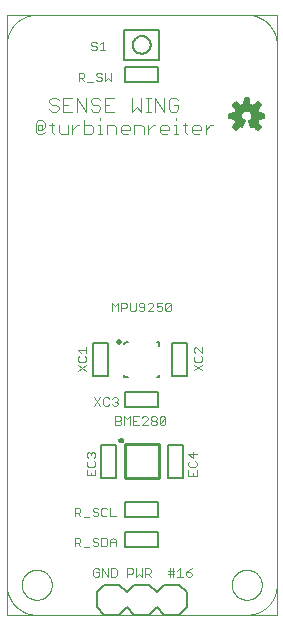
<source format=gto>
G75*
%MOIN*%
%OFA0B0*%
%FSLAX25Y25*%
%IPPOS*%
%LPD*%
%AMOC8*
5,1,8,0,0,1.08239X$1,22.5*
%
%ADD10C,0.00000*%
%ADD11C,0.00400*%
%ADD12C,0.00300*%
%ADD13C,0.00500*%
%ADD14C,0.00800*%
%ADD15C,0.00591*%
%ADD16C,0.01000*%
%ADD17C,0.02000*%
D10*
X0005000Y0004300D02*
X0005000Y0204261D01*
X0094951Y0204261D01*
X0094951Y0004300D01*
X0005000Y0004300D01*
X0005000Y0014300D02*
X0005000Y0194300D01*
X0005003Y0194542D01*
X0005012Y0194783D01*
X0005026Y0195024D01*
X0005047Y0195265D01*
X0005073Y0195505D01*
X0005105Y0195745D01*
X0005143Y0195984D01*
X0005186Y0196221D01*
X0005236Y0196458D01*
X0005291Y0196693D01*
X0005351Y0196927D01*
X0005418Y0197159D01*
X0005489Y0197390D01*
X0005567Y0197619D01*
X0005650Y0197846D01*
X0005738Y0198071D01*
X0005832Y0198294D01*
X0005931Y0198514D01*
X0006036Y0198732D01*
X0006145Y0198947D01*
X0006260Y0199160D01*
X0006380Y0199370D01*
X0006505Y0199576D01*
X0006635Y0199780D01*
X0006770Y0199981D01*
X0006910Y0200178D01*
X0007054Y0200372D01*
X0007203Y0200562D01*
X0007357Y0200748D01*
X0007515Y0200931D01*
X0007677Y0201110D01*
X0007844Y0201285D01*
X0008015Y0201456D01*
X0008190Y0201623D01*
X0008369Y0201785D01*
X0008552Y0201943D01*
X0008738Y0202097D01*
X0008928Y0202246D01*
X0009122Y0202390D01*
X0009319Y0202530D01*
X0009520Y0202665D01*
X0009724Y0202795D01*
X0009930Y0202920D01*
X0010140Y0203040D01*
X0010353Y0203155D01*
X0010568Y0203264D01*
X0010786Y0203369D01*
X0011006Y0203468D01*
X0011229Y0203562D01*
X0011454Y0203650D01*
X0011681Y0203733D01*
X0011910Y0203811D01*
X0012141Y0203882D01*
X0012373Y0203949D01*
X0012607Y0204009D01*
X0012842Y0204064D01*
X0013079Y0204114D01*
X0013316Y0204157D01*
X0013555Y0204195D01*
X0013795Y0204227D01*
X0014035Y0204253D01*
X0014276Y0204274D01*
X0014517Y0204288D01*
X0014758Y0204297D01*
X0015000Y0204300D01*
X0085000Y0204300D01*
X0085242Y0204297D01*
X0085483Y0204288D01*
X0085724Y0204274D01*
X0085965Y0204253D01*
X0086205Y0204227D01*
X0086445Y0204195D01*
X0086684Y0204157D01*
X0086921Y0204114D01*
X0087158Y0204064D01*
X0087393Y0204009D01*
X0087627Y0203949D01*
X0087859Y0203882D01*
X0088090Y0203811D01*
X0088319Y0203733D01*
X0088546Y0203650D01*
X0088771Y0203562D01*
X0088994Y0203468D01*
X0089214Y0203369D01*
X0089432Y0203264D01*
X0089647Y0203155D01*
X0089860Y0203040D01*
X0090070Y0202920D01*
X0090276Y0202795D01*
X0090480Y0202665D01*
X0090681Y0202530D01*
X0090878Y0202390D01*
X0091072Y0202246D01*
X0091262Y0202097D01*
X0091448Y0201943D01*
X0091631Y0201785D01*
X0091810Y0201623D01*
X0091985Y0201456D01*
X0092156Y0201285D01*
X0092323Y0201110D01*
X0092485Y0200931D01*
X0092643Y0200748D01*
X0092797Y0200562D01*
X0092946Y0200372D01*
X0093090Y0200178D01*
X0093230Y0199981D01*
X0093365Y0199780D01*
X0093495Y0199576D01*
X0093620Y0199370D01*
X0093740Y0199160D01*
X0093855Y0198947D01*
X0093964Y0198732D01*
X0094069Y0198514D01*
X0094168Y0198294D01*
X0094262Y0198071D01*
X0094350Y0197846D01*
X0094433Y0197619D01*
X0094511Y0197390D01*
X0094582Y0197159D01*
X0094649Y0196927D01*
X0094709Y0196693D01*
X0094764Y0196458D01*
X0094814Y0196221D01*
X0094857Y0195984D01*
X0094895Y0195745D01*
X0094927Y0195505D01*
X0094953Y0195265D01*
X0094974Y0195024D01*
X0094988Y0194783D01*
X0094997Y0194542D01*
X0095000Y0194300D01*
X0095000Y0014300D01*
X0080000Y0014300D02*
X0080002Y0014441D01*
X0080008Y0014582D01*
X0080018Y0014722D01*
X0080032Y0014862D01*
X0080050Y0015002D01*
X0080071Y0015141D01*
X0080097Y0015280D01*
X0080126Y0015418D01*
X0080160Y0015554D01*
X0080197Y0015690D01*
X0080238Y0015825D01*
X0080283Y0015959D01*
X0080332Y0016091D01*
X0080384Y0016222D01*
X0080440Y0016351D01*
X0080500Y0016478D01*
X0080563Y0016604D01*
X0080629Y0016728D01*
X0080700Y0016851D01*
X0080773Y0016971D01*
X0080850Y0017089D01*
X0080930Y0017205D01*
X0081014Y0017318D01*
X0081100Y0017429D01*
X0081190Y0017538D01*
X0081283Y0017644D01*
X0081378Y0017747D01*
X0081477Y0017848D01*
X0081578Y0017946D01*
X0081682Y0018041D01*
X0081789Y0018133D01*
X0081898Y0018222D01*
X0082010Y0018307D01*
X0082124Y0018390D01*
X0082240Y0018470D01*
X0082359Y0018546D01*
X0082480Y0018618D01*
X0082602Y0018688D01*
X0082727Y0018753D01*
X0082853Y0018816D01*
X0082981Y0018874D01*
X0083111Y0018929D01*
X0083242Y0018981D01*
X0083375Y0019028D01*
X0083509Y0019072D01*
X0083644Y0019113D01*
X0083780Y0019149D01*
X0083917Y0019181D01*
X0084055Y0019210D01*
X0084193Y0019235D01*
X0084333Y0019255D01*
X0084473Y0019272D01*
X0084613Y0019285D01*
X0084754Y0019294D01*
X0084894Y0019299D01*
X0085035Y0019300D01*
X0085176Y0019297D01*
X0085317Y0019290D01*
X0085457Y0019279D01*
X0085597Y0019264D01*
X0085737Y0019245D01*
X0085876Y0019223D01*
X0086014Y0019196D01*
X0086152Y0019166D01*
X0086288Y0019131D01*
X0086424Y0019093D01*
X0086558Y0019051D01*
X0086692Y0019005D01*
X0086824Y0018956D01*
X0086954Y0018902D01*
X0087083Y0018845D01*
X0087210Y0018785D01*
X0087336Y0018721D01*
X0087459Y0018653D01*
X0087581Y0018582D01*
X0087701Y0018508D01*
X0087818Y0018430D01*
X0087933Y0018349D01*
X0088046Y0018265D01*
X0088157Y0018178D01*
X0088265Y0018087D01*
X0088370Y0017994D01*
X0088473Y0017897D01*
X0088573Y0017798D01*
X0088670Y0017696D01*
X0088764Y0017591D01*
X0088855Y0017484D01*
X0088943Y0017374D01*
X0089028Y0017262D01*
X0089110Y0017147D01*
X0089189Y0017030D01*
X0089264Y0016911D01*
X0089336Y0016790D01*
X0089404Y0016667D01*
X0089469Y0016542D01*
X0089531Y0016415D01*
X0089588Y0016286D01*
X0089643Y0016156D01*
X0089693Y0016025D01*
X0089740Y0015892D01*
X0089783Y0015758D01*
X0089822Y0015622D01*
X0089857Y0015486D01*
X0089889Y0015349D01*
X0089916Y0015211D01*
X0089940Y0015072D01*
X0089960Y0014932D01*
X0089976Y0014792D01*
X0089988Y0014652D01*
X0089996Y0014511D01*
X0090000Y0014370D01*
X0090000Y0014230D01*
X0089996Y0014089D01*
X0089988Y0013948D01*
X0089976Y0013808D01*
X0089960Y0013668D01*
X0089940Y0013528D01*
X0089916Y0013389D01*
X0089889Y0013251D01*
X0089857Y0013114D01*
X0089822Y0012978D01*
X0089783Y0012842D01*
X0089740Y0012708D01*
X0089693Y0012575D01*
X0089643Y0012444D01*
X0089588Y0012314D01*
X0089531Y0012185D01*
X0089469Y0012058D01*
X0089404Y0011933D01*
X0089336Y0011810D01*
X0089264Y0011689D01*
X0089189Y0011570D01*
X0089110Y0011453D01*
X0089028Y0011338D01*
X0088943Y0011226D01*
X0088855Y0011116D01*
X0088764Y0011009D01*
X0088670Y0010904D01*
X0088573Y0010802D01*
X0088473Y0010703D01*
X0088370Y0010606D01*
X0088265Y0010513D01*
X0088157Y0010422D01*
X0088046Y0010335D01*
X0087933Y0010251D01*
X0087818Y0010170D01*
X0087701Y0010092D01*
X0087581Y0010018D01*
X0087459Y0009947D01*
X0087336Y0009879D01*
X0087210Y0009815D01*
X0087083Y0009755D01*
X0086954Y0009698D01*
X0086824Y0009644D01*
X0086692Y0009595D01*
X0086558Y0009549D01*
X0086424Y0009507D01*
X0086288Y0009469D01*
X0086152Y0009434D01*
X0086014Y0009404D01*
X0085876Y0009377D01*
X0085737Y0009355D01*
X0085597Y0009336D01*
X0085457Y0009321D01*
X0085317Y0009310D01*
X0085176Y0009303D01*
X0085035Y0009300D01*
X0084894Y0009301D01*
X0084754Y0009306D01*
X0084613Y0009315D01*
X0084473Y0009328D01*
X0084333Y0009345D01*
X0084193Y0009365D01*
X0084055Y0009390D01*
X0083917Y0009419D01*
X0083780Y0009451D01*
X0083644Y0009487D01*
X0083509Y0009528D01*
X0083375Y0009572D01*
X0083242Y0009619D01*
X0083111Y0009671D01*
X0082981Y0009726D01*
X0082853Y0009784D01*
X0082727Y0009847D01*
X0082602Y0009912D01*
X0082480Y0009982D01*
X0082359Y0010054D01*
X0082240Y0010130D01*
X0082124Y0010210D01*
X0082010Y0010293D01*
X0081898Y0010378D01*
X0081789Y0010467D01*
X0081682Y0010559D01*
X0081578Y0010654D01*
X0081477Y0010752D01*
X0081378Y0010853D01*
X0081283Y0010956D01*
X0081190Y0011062D01*
X0081100Y0011171D01*
X0081014Y0011282D01*
X0080930Y0011395D01*
X0080850Y0011511D01*
X0080773Y0011629D01*
X0080700Y0011749D01*
X0080629Y0011872D01*
X0080563Y0011996D01*
X0080500Y0012122D01*
X0080440Y0012249D01*
X0080384Y0012378D01*
X0080332Y0012509D01*
X0080283Y0012641D01*
X0080238Y0012775D01*
X0080197Y0012910D01*
X0080160Y0013046D01*
X0080126Y0013182D01*
X0080097Y0013320D01*
X0080071Y0013459D01*
X0080050Y0013598D01*
X0080032Y0013738D01*
X0080018Y0013878D01*
X0080008Y0014018D01*
X0080002Y0014159D01*
X0080000Y0014300D01*
X0085000Y0004300D02*
X0085242Y0004303D01*
X0085483Y0004312D01*
X0085724Y0004326D01*
X0085965Y0004347D01*
X0086205Y0004373D01*
X0086445Y0004405D01*
X0086684Y0004443D01*
X0086921Y0004486D01*
X0087158Y0004536D01*
X0087393Y0004591D01*
X0087627Y0004651D01*
X0087859Y0004718D01*
X0088090Y0004789D01*
X0088319Y0004867D01*
X0088546Y0004950D01*
X0088771Y0005038D01*
X0088994Y0005132D01*
X0089214Y0005231D01*
X0089432Y0005336D01*
X0089647Y0005445D01*
X0089860Y0005560D01*
X0090070Y0005680D01*
X0090276Y0005805D01*
X0090480Y0005935D01*
X0090681Y0006070D01*
X0090878Y0006210D01*
X0091072Y0006354D01*
X0091262Y0006503D01*
X0091448Y0006657D01*
X0091631Y0006815D01*
X0091810Y0006977D01*
X0091985Y0007144D01*
X0092156Y0007315D01*
X0092323Y0007490D01*
X0092485Y0007669D01*
X0092643Y0007852D01*
X0092797Y0008038D01*
X0092946Y0008228D01*
X0093090Y0008422D01*
X0093230Y0008619D01*
X0093365Y0008820D01*
X0093495Y0009024D01*
X0093620Y0009230D01*
X0093740Y0009440D01*
X0093855Y0009653D01*
X0093964Y0009868D01*
X0094069Y0010086D01*
X0094168Y0010306D01*
X0094262Y0010529D01*
X0094350Y0010754D01*
X0094433Y0010981D01*
X0094511Y0011210D01*
X0094582Y0011441D01*
X0094649Y0011673D01*
X0094709Y0011907D01*
X0094764Y0012142D01*
X0094814Y0012379D01*
X0094857Y0012616D01*
X0094895Y0012855D01*
X0094927Y0013095D01*
X0094953Y0013335D01*
X0094974Y0013576D01*
X0094988Y0013817D01*
X0094997Y0014058D01*
X0095000Y0014300D01*
X0085000Y0004300D02*
X0015000Y0004300D01*
X0010000Y0014300D02*
X0010002Y0014441D01*
X0010008Y0014582D01*
X0010018Y0014722D01*
X0010032Y0014862D01*
X0010050Y0015002D01*
X0010071Y0015141D01*
X0010097Y0015280D01*
X0010126Y0015418D01*
X0010160Y0015554D01*
X0010197Y0015690D01*
X0010238Y0015825D01*
X0010283Y0015959D01*
X0010332Y0016091D01*
X0010384Y0016222D01*
X0010440Y0016351D01*
X0010500Y0016478D01*
X0010563Y0016604D01*
X0010629Y0016728D01*
X0010700Y0016851D01*
X0010773Y0016971D01*
X0010850Y0017089D01*
X0010930Y0017205D01*
X0011014Y0017318D01*
X0011100Y0017429D01*
X0011190Y0017538D01*
X0011283Y0017644D01*
X0011378Y0017747D01*
X0011477Y0017848D01*
X0011578Y0017946D01*
X0011682Y0018041D01*
X0011789Y0018133D01*
X0011898Y0018222D01*
X0012010Y0018307D01*
X0012124Y0018390D01*
X0012240Y0018470D01*
X0012359Y0018546D01*
X0012480Y0018618D01*
X0012602Y0018688D01*
X0012727Y0018753D01*
X0012853Y0018816D01*
X0012981Y0018874D01*
X0013111Y0018929D01*
X0013242Y0018981D01*
X0013375Y0019028D01*
X0013509Y0019072D01*
X0013644Y0019113D01*
X0013780Y0019149D01*
X0013917Y0019181D01*
X0014055Y0019210D01*
X0014193Y0019235D01*
X0014333Y0019255D01*
X0014473Y0019272D01*
X0014613Y0019285D01*
X0014754Y0019294D01*
X0014894Y0019299D01*
X0015035Y0019300D01*
X0015176Y0019297D01*
X0015317Y0019290D01*
X0015457Y0019279D01*
X0015597Y0019264D01*
X0015737Y0019245D01*
X0015876Y0019223D01*
X0016014Y0019196D01*
X0016152Y0019166D01*
X0016288Y0019131D01*
X0016424Y0019093D01*
X0016558Y0019051D01*
X0016692Y0019005D01*
X0016824Y0018956D01*
X0016954Y0018902D01*
X0017083Y0018845D01*
X0017210Y0018785D01*
X0017336Y0018721D01*
X0017459Y0018653D01*
X0017581Y0018582D01*
X0017701Y0018508D01*
X0017818Y0018430D01*
X0017933Y0018349D01*
X0018046Y0018265D01*
X0018157Y0018178D01*
X0018265Y0018087D01*
X0018370Y0017994D01*
X0018473Y0017897D01*
X0018573Y0017798D01*
X0018670Y0017696D01*
X0018764Y0017591D01*
X0018855Y0017484D01*
X0018943Y0017374D01*
X0019028Y0017262D01*
X0019110Y0017147D01*
X0019189Y0017030D01*
X0019264Y0016911D01*
X0019336Y0016790D01*
X0019404Y0016667D01*
X0019469Y0016542D01*
X0019531Y0016415D01*
X0019588Y0016286D01*
X0019643Y0016156D01*
X0019693Y0016025D01*
X0019740Y0015892D01*
X0019783Y0015758D01*
X0019822Y0015622D01*
X0019857Y0015486D01*
X0019889Y0015349D01*
X0019916Y0015211D01*
X0019940Y0015072D01*
X0019960Y0014932D01*
X0019976Y0014792D01*
X0019988Y0014652D01*
X0019996Y0014511D01*
X0020000Y0014370D01*
X0020000Y0014230D01*
X0019996Y0014089D01*
X0019988Y0013948D01*
X0019976Y0013808D01*
X0019960Y0013668D01*
X0019940Y0013528D01*
X0019916Y0013389D01*
X0019889Y0013251D01*
X0019857Y0013114D01*
X0019822Y0012978D01*
X0019783Y0012842D01*
X0019740Y0012708D01*
X0019693Y0012575D01*
X0019643Y0012444D01*
X0019588Y0012314D01*
X0019531Y0012185D01*
X0019469Y0012058D01*
X0019404Y0011933D01*
X0019336Y0011810D01*
X0019264Y0011689D01*
X0019189Y0011570D01*
X0019110Y0011453D01*
X0019028Y0011338D01*
X0018943Y0011226D01*
X0018855Y0011116D01*
X0018764Y0011009D01*
X0018670Y0010904D01*
X0018573Y0010802D01*
X0018473Y0010703D01*
X0018370Y0010606D01*
X0018265Y0010513D01*
X0018157Y0010422D01*
X0018046Y0010335D01*
X0017933Y0010251D01*
X0017818Y0010170D01*
X0017701Y0010092D01*
X0017581Y0010018D01*
X0017459Y0009947D01*
X0017336Y0009879D01*
X0017210Y0009815D01*
X0017083Y0009755D01*
X0016954Y0009698D01*
X0016824Y0009644D01*
X0016692Y0009595D01*
X0016558Y0009549D01*
X0016424Y0009507D01*
X0016288Y0009469D01*
X0016152Y0009434D01*
X0016014Y0009404D01*
X0015876Y0009377D01*
X0015737Y0009355D01*
X0015597Y0009336D01*
X0015457Y0009321D01*
X0015317Y0009310D01*
X0015176Y0009303D01*
X0015035Y0009300D01*
X0014894Y0009301D01*
X0014754Y0009306D01*
X0014613Y0009315D01*
X0014473Y0009328D01*
X0014333Y0009345D01*
X0014193Y0009365D01*
X0014055Y0009390D01*
X0013917Y0009419D01*
X0013780Y0009451D01*
X0013644Y0009487D01*
X0013509Y0009528D01*
X0013375Y0009572D01*
X0013242Y0009619D01*
X0013111Y0009671D01*
X0012981Y0009726D01*
X0012853Y0009784D01*
X0012727Y0009847D01*
X0012602Y0009912D01*
X0012480Y0009982D01*
X0012359Y0010054D01*
X0012240Y0010130D01*
X0012124Y0010210D01*
X0012010Y0010293D01*
X0011898Y0010378D01*
X0011789Y0010467D01*
X0011682Y0010559D01*
X0011578Y0010654D01*
X0011477Y0010752D01*
X0011378Y0010853D01*
X0011283Y0010956D01*
X0011190Y0011062D01*
X0011100Y0011171D01*
X0011014Y0011282D01*
X0010930Y0011395D01*
X0010850Y0011511D01*
X0010773Y0011629D01*
X0010700Y0011749D01*
X0010629Y0011872D01*
X0010563Y0011996D01*
X0010500Y0012122D01*
X0010440Y0012249D01*
X0010384Y0012378D01*
X0010332Y0012509D01*
X0010283Y0012641D01*
X0010238Y0012775D01*
X0010197Y0012910D01*
X0010160Y0013046D01*
X0010126Y0013182D01*
X0010097Y0013320D01*
X0010071Y0013459D01*
X0010050Y0013598D01*
X0010032Y0013738D01*
X0010018Y0013878D01*
X0010008Y0014018D01*
X0010002Y0014159D01*
X0010000Y0014300D01*
X0005000Y0014300D02*
X0005003Y0014058D01*
X0005012Y0013817D01*
X0005026Y0013576D01*
X0005047Y0013335D01*
X0005073Y0013095D01*
X0005105Y0012855D01*
X0005143Y0012616D01*
X0005186Y0012379D01*
X0005236Y0012142D01*
X0005291Y0011907D01*
X0005351Y0011673D01*
X0005418Y0011441D01*
X0005489Y0011210D01*
X0005567Y0010981D01*
X0005650Y0010754D01*
X0005738Y0010529D01*
X0005832Y0010306D01*
X0005931Y0010086D01*
X0006036Y0009868D01*
X0006145Y0009653D01*
X0006260Y0009440D01*
X0006380Y0009230D01*
X0006505Y0009024D01*
X0006635Y0008820D01*
X0006770Y0008619D01*
X0006910Y0008422D01*
X0007054Y0008228D01*
X0007203Y0008038D01*
X0007357Y0007852D01*
X0007515Y0007669D01*
X0007677Y0007490D01*
X0007844Y0007315D01*
X0008015Y0007144D01*
X0008190Y0006977D01*
X0008369Y0006815D01*
X0008552Y0006657D01*
X0008738Y0006503D01*
X0008928Y0006354D01*
X0009122Y0006210D01*
X0009319Y0006070D01*
X0009520Y0005935D01*
X0009724Y0005805D01*
X0009930Y0005680D01*
X0010140Y0005560D01*
X0010353Y0005445D01*
X0010568Y0005336D01*
X0010786Y0005231D01*
X0011006Y0005132D01*
X0011229Y0005038D01*
X0011454Y0004950D01*
X0011681Y0004867D01*
X0011910Y0004789D01*
X0012141Y0004718D01*
X0012373Y0004651D01*
X0012607Y0004591D01*
X0012842Y0004536D01*
X0013079Y0004486D01*
X0013316Y0004443D01*
X0013555Y0004405D01*
X0013795Y0004373D01*
X0014035Y0004347D01*
X0014276Y0004326D01*
X0014517Y0004312D01*
X0014758Y0004303D01*
X0015000Y0004300D01*
D11*
X0027700Y0027250D02*
X0027700Y0030052D01*
X0029101Y0030052D01*
X0029568Y0029585D01*
X0029568Y0028651D01*
X0029101Y0028184D01*
X0027700Y0028184D01*
X0028634Y0028184D02*
X0029568Y0027250D01*
X0030647Y0026783D02*
X0032515Y0026783D01*
X0033593Y0027717D02*
X0034060Y0027250D01*
X0034994Y0027250D01*
X0035461Y0027717D01*
X0035461Y0028184D01*
X0034994Y0028651D01*
X0034060Y0028651D01*
X0033593Y0029118D01*
X0033593Y0029585D01*
X0034060Y0030052D01*
X0034994Y0030052D01*
X0035461Y0029585D01*
X0036540Y0030052D02*
X0036540Y0027250D01*
X0037941Y0027250D01*
X0038408Y0027717D01*
X0038408Y0029585D01*
X0037941Y0030052D01*
X0036540Y0030052D01*
X0039486Y0029118D02*
X0040420Y0030052D01*
X0041354Y0029118D01*
X0041354Y0027250D01*
X0041354Y0028651D02*
X0039486Y0028651D01*
X0039486Y0029118D02*
X0039486Y0027250D01*
X0039486Y0037250D02*
X0041354Y0037250D01*
X0039486Y0037250D02*
X0039486Y0040052D01*
X0038408Y0039585D02*
X0037941Y0040052D01*
X0037007Y0040052D01*
X0036540Y0039585D01*
X0036540Y0037717D01*
X0037007Y0037250D01*
X0037941Y0037250D01*
X0038408Y0037717D01*
X0035461Y0037717D02*
X0034994Y0037250D01*
X0034060Y0037250D01*
X0033593Y0037717D01*
X0034060Y0038651D02*
X0034994Y0038651D01*
X0035461Y0038184D01*
X0035461Y0037717D01*
X0035461Y0039585D02*
X0034994Y0040052D01*
X0034060Y0040052D01*
X0033593Y0039585D01*
X0033593Y0039118D01*
X0034060Y0038651D01*
X0032515Y0036783D02*
X0030647Y0036783D01*
X0029568Y0037250D02*
X0028634Y0038184D01*
X0029101Y0038184D02*
X0027700Y0038184D01*
X0027700Y0037250D02*
X0027700Y0040052D01*
X0029101Y0040052D01*
X0029568Y0039585D01*
X0029568Y0038651D01*
X0029101Y0038184D01*
X0031623Y0050750D02*
X0034425Y0050750D01*
X0034425Y0052618D01*
X0033958Y0053697D02*
X0034425Y0054164D01*
X0034425Y0055098D01*
X0033958Y0055565D01*
X0033958Y0056643D02*
X0034425Y0057110D01*
X0034425Y0058044D01*
X0033958Y0058511D01*
X0033491Y0058511D01*
X0033024Y0058044D01*
X0033024Y0057577D01*
X0033024Y0058044D02*
X0032557Y0058511D01*
X0032090Y0058511D01*
X0031623Y0058044D01*
X0031623Y0057110D01*
X0032090Y0056643D01*
X0032090Y0055565D02*
X0031623Y0055098D01*
X0031623Y0054164D01*
X0032090Y0053697D01*
X0033958Y0053697D01*
X0033024Y0051684D02*
X0033024Y0050750D01*
X0031623Y0050750D02*
X0031623Y0052618D01*
X0034235Y0073925D02*
X0036104Y0076727D01*
X0037182Y0076260D02*
X0037182Y0074392D01*
X0037649Y0073925D01*
X0038583Y0073925D01*
X0039050Y0074392D01*
X0040128Y0074392D02*
X0040596Y0073925D01*
X0041530Y0073925D01*
X0041997Y0074392D01*
X0041997Y0074859D01*
X0041530Y0075326D01*
X0041063Y0075326D01*
X0041530Y0075326D02*
X0041997Y0075793D01*
X0041997Y0076260D01*
X0041530Y0076727D01*
X0040596Y0076727D01*
X0040128Y0076260D01*
X0039050Y0076260D02*
X0038583Y0076727D01*
X0037649Y0076727D01*
X0037182Y0076260D01*
X0036104Y0073925D02*
X0034235Y0076727D01*
X0031500Y0085660D02*
X0028698Y0087529D01*
X0029165Y0088607D02*
X0028698Y0089074D01*
X0028698Y0090008D01*
X0029165Y0090475D01*
X0029632Y0091553D02*
X0028698Y0092488D01*
X0031500Y0092488D01*
X0031500Y0093422D02*
X0031500Y0091553D01*
X0031033Y0090475D02*
X0031500Y0090008D01*
X0031500Y0089074D01*
X0031033Y0088607D01*
X0029165Y0088607D01*
X0031500Y0087529D02*
X0028698Y0085660D01*
X0040200Y0105500D02*
X0040200Y0108302D01*
X0041134Y0107368D01*
X0042068Y0108302D01*
X0042068Y0105500D01*
X0043147Y0105500D02*
X0043147Y0108302D01*
X0044548Y0108302D01*
X0045015Y0107835D01*
X0045015Y0106901D01*
X0044548Y0106434D01*
X0043147Y0106434D01*
X0046093Y0105967D02*
X0046560Y0105500D01*
X0047494Y0105500D01*
X0047961Y0105967D01*
X0047961Y0108302D01*
X0049040Y0107835D02*
X0049040Y0107368D01*
X0049507Y0106901D01*
X0050908Y0106901D01*
X0050908Y0105967D02*
X0050908Y0107835D01*
X0050441Y0108302D01*
X0049507Y0108302D01*
X0049040Y0107835D01*
X0049040Y0105967D02*
X0049507Y0105500D01*
X0050441Y0105500D01*
X0050908Y0105967D01*
X0051986Y0105500D02*
X0053854Y0107368D01*
X0053854Y0107835D01*
X0053387Y0108302D01*
X0052453Y0108302D01*
X0051986Y0107835D01*
X0051986Y0105500D02*
X0053854Y0105500D01*
X0054933Y0105967D02*
X0055400Y0105500D01*
X0056334Y0105500D01*
X0056801Y0105967D01*
X0056801Y0106901D01*
X0056334Y0107368D01*
X0055867Y0107368D01*
X0054933Y0106901D01*
X0054933Y0108302D01*
X0056801Y0108302D01*
X0057879Y0107835D02*
X0057879Y0105967D01*
X0059747Y0107835D01*
X0059747Y0105967D01*
X0059280Y0105500D01*
X0058346Y0105500D01*
X0057879Y0105967D01*
X0057879Y0107835D02*
X0058346Y0108302D01*
X0059280Y0108302D01*
X0059747Y0107835D01*
X0067715Y0093511D02*
X0067248Y0093044D01*
X0067248Y0092110D01*
X0067715Y0091643D01*
X0067715Y0090565D02*
X0067248Y0090098D01*
X0067248Y0089164D01*
X0067715Y0088697D01*
X0069583Y0088697D01*
X0070050Y0089164D01*
X0070050Y0090098D01*
X0069583Y0090565D01*
X0070050Y0091643D02*
X0068182Y0093511D01*
X0067715Y0093511D01*
X0070050Y0093511D02*
X0070050Y0091643D01*
X0070050Y0087618D02*
X0067248Y0085750D01*
X0067248Y0087618D02*
X0070050Y0085750D01*
X0066974Y0058422D02*
X0066974Y0056553D01*
X0065573Y0057955D01*
X0068375Y0057955D01*
X0067908Y0055475D02*
X0068375Y0055008D01*
X0068375Y0054074D01*
X0067908Y0053607D01*
X0066040Y0053607D01*
X0065573Y0054074D01*
X0065573Y0055008D01*
X0066040Y0055475D01*
X0065573Y0052529D02*
X0065573Y0050660D01*
X0068375Y0050660D01*
X0068375Y0052529D01*
X0066974Y0051595D02*
X0066974Y0050660D01*
X0046093Y0105967D02*
X0046093Y0108302D01*
X0045274Y0164500D02*
X0043740Y0164500D01*
X0042972Y0165267D01*
X0042972Y0166802D01*
X0043740Y0167569D01*
X0045274Y0167569D01*
X0046042Y0166802D01*
X0046042Y0166035D01*
X0042972Y0166035D01*
X0041438Y0166802D02*
X0041438Y0164500D01*
X0041438Y0166802D02*
X0040670Y0167569D01*
X0038368Y0167569D01*
X0038368Y0164500D01*
X0036834Y0164500D02*
X0035299Y0164500D01*
X0036066Y0164500D02*
X0036066Y0167569D01*
X0035299Y0167569D01*
X0036066Y0169104D02*
X0036066Y0169871D01*
X0035299Y0172000D02*
X0033765Y0172000D01*
X0032997Y0172767D01*
X0031463Y0172000D02*
X0031463Y0176604D01*
X0032997Y0175837D02*
X0032997Y0175069D01*
X0033765Y0174302D01*
X0035299Y0174302D01*
X0036067Y0173535D01*
X0036067Y0172767D01*
X0035299Y0172000D01*
X0037601Y0172000D02*
X0037601Y0176604D01*
X0040670Y0176604D01*
X0039136Y0174302D02*
X0037601Y0174302D01*
X0037601Y0172000D02*
X0040670Y0172000D01*
X0036067Y0175837D02*
X0035299Y0176604D01*
X0033765Y0176604D01*
X0032997Y0175837D01*
X0031463Y0172000D02*
X0028393Y0176604D01*
X0028393Y0172000D01*
X0026859Y0172000D02*
X0023789Y0172000D01*
X0023789Y0176604D01*
X0026859Y0176604D01*
X0025324Y0174302D02*
X0023789Y0174302D01*
X0022255Y0173535D02*
X0022255Y0172767D01*
X0021487Y0172000D01*
X0019953Y0172000D01*
X0019185Y0172767D01*
X0019953Y0174302D02*
X0021487Y0174302D01*
X0022255Y0173535D01*
X0022255Y0175837D02*
X0021487Y0176604D01*
X0019953Y0176604D01*
X0019185Y0175837D01*
X0019185Y0175069D01*
X0019953Y0174302D01*
X0019953Y0168337D02*
X0019953Y0165267D01*
X0020720Y0164500D01*
X0022255Y0165267D02*
X0022255Y0167569D01*
X0020720Y0167569D02*
X0019185Y0167569D01*
X0017651Y0166802D02*
X0016883Y0166035D01*
X0016883Y0167569D01*
X0015349Y0167569D01*
X0015349Y0166035D01*
X0016883Y0166035D01*
X0017651Y0166802D02*
X0017651Y0168337D01*
X0016883Y0169104D01*
X0015349Y0169104D01*
X0014582Y0168337D01*
X0014582Y0165267D01*
X0015349Y0164500D01*
X0016883Y0164500D01*
X0017651Y0165267D01*
X0022255Y0165267D02*
X0023022Y0164500D01*
X0025324Y0164500D01*
X0025324Y0167569D01*
X0026859Y0167569D02*
X0026859Y0164500D01*
X0026859Y0166035D02*
X0028393Y0167569D01*
X0029161Y0167569D01*
X0030695Y0167569D02*
X0032997Y0167569D01*
X0033765Y0166802D01*
X0033765Y0165267D01*
X0032997Y0164500D01*
X0030695Y0164500D01*
X0030695Y0169104D01*
X0031897Y0181783D02*
X0033765Y0181783D01*
X0034843Y0182717D02*
X0035310Y0182250D01*
X0036244Y0182250D01*
X0036711Y0182717D01*
X0036711Y0183184D01*
X0036244Y0183651D01*
X0035310Y0183651D01*
X0034843Y0184118D01*
X0034843Y0184585D01*
X0035310Y0185052D01*
X0036244Y0185052D01*
X0036711Y0184585D01*
X0037790Y0185052D02*
X0037790Y0182250D01*
X0038724Y0183184D01*
X0039658Y0182250D01*
X0039658Y0185052D01*
X0037872Y0192550D02*
X0036003Y0192550D01*
X0036938Y0192550D02*
X0036938Y0195352D01*
X0036003Y0194418D01*
X0034925Y0194885D02*
X0034458Y0195352D01*
X0033524Y0195352D01*
X0033057Y0194885D01*
X0033057Y0194418D01*
X0033524Y0193951D01*
X0034458Y0193951D01*
X0034925Y0193484D01*
X0034925Y0193017D01*
X0034458Y0192550D01*
X0033524Y0192550D01*
X0033057Y0193017D01*
X0030351Y0185052D02*
X0028950Y0185052D01*
X0028950Y0182250D01*
X0028950Y0183184D02*
X0030351Y0183184D01*
X0030818Y0183651D01*
X0030818Y0184585D01*
X0030351Y0185052D01*
X0029884Y0183184D02*
X0030818Y0182250D01*
X0046809Y0176604D02*
X0046809Y0172000D01*
X0048344Y0173535D01*
X0049878Y0172000D01*
X0049878Y0176604D01*
X0051413Y0176604D02*
X0052948Y0176604D01*
X0052180Y0176604D02*
X0052180Y0172000D01*
X0051413Y0172000D02*
X0052948Y0172000D01*
X0054482Y0172000D02*
X0054482Y0176604D01*
X0057551Y0172000D01*
X0057551Y0176604D01*
X0059086Y0175837D02*
X0059086Y0172767D01*
X0059853Y0172000D01*
X0061388Y0172000D01*
X0062155Y0172767D01*
X0062155Y0174302D01*
X0060621Y0174302D01*
X0062155Y0175837D02*
X0061388Y0176604D01*
X0059853Y0176604D01*
X0059086Y0175837D01*
X0061388Y0169871D02*
X0061388Y0169104D01*
X0061388Y0167569D02*
X0061388Y0164500D01*
X0060621Y0164500D02*
X0062155Y0164500D01*
X0061388Y0167569D02*
X0060621Y0167569D01*
X0059086Y0166802D02*
X0059086Y0166035D01*
X0056017Y0166035D01*
X0056017Y0166802D02*
X0056784Y0167569D01*
X0058319Y0167569D01*
X0059086Y0166802D01*
X0058319Y0164500D02*
X0056784Y0164500D01*
X0056017Y0165267D01*
X0056017Y0166802D01*
X0054482Y0167569D02*
X0053715Y0167569D01*
X0052180Y0166035D01*
X0052180Y0167569D02*
X0052180Y0164500D01*
X0050646Y0164500D02*
X0050646Y0166802D01*
X0049878Y0167569D01*
X0047576Y0167569D01*
X0047576Y0164500D01*
X0063690Y0167569D02*
X0065225Y0167569D01*
X0064457Y0168337D02*
X0064457Y0165267D01*
X0065225Y0164500D01*
X0066759Y0165267D02*
X0066759Y0166802D01*
X0067527Y0167569D01*
X0069061Y0167569D01*
X0069829Y0166802D01*
X0069829Y0166035D01*
X0066759Y0166035D01*
X0066759Y0165267D02*
X0067527Y0164500D01*
X0069061Y0164500D01*
X0071363Y0164500D02*
X0071363Y0167569D01*
X0071363Y0166035D02*
X0072898Y0167569D01*
X0073665Y0167569D01*
D12*
X0057405Y0070402D02*
X0056437Y0070402D01*
X0055953Y0069919D01*
X0055953Y0067984D01*
X0057888Y0069919D01*
X0057888Y0067984D01*
X0057405Y0067500D01*
X0056437Y0067500D01*
X0055953Y0067984D01*
X0054942Y0067984D02*
X0054458Y0067500D01*
X0053491Y0067500D01*
X0053007Y0067984D01*
X0053007Y0068467D01*
X0053491Y0068951D01*
X0054458Y0068951D01*
X0054942Y0068467D01*
X0054942Y0067984D01*
X0054458Y0068951D02*
X0054942Y0069435D01*
X0054942Y0069919D01*
X0054458Y0070402D01*
X0053491Y0070402D01*
X0053007Y0069919D01*
X0053007Y0069435D01*
X0053491Y0068951D01*
X0051995Y0069435D02*
X0051995Y0069919D01*
X0051512Y0070402D01*
X0050544Y0070402D01*
X0050060Y0069919D01*
X0049049Y0070402D02*
X0047114Y0070402D01*
X0047114Y0067500D01*
X0049049Y0067500D01*
X0050060Y0067500D02*
X0051995Y0069435D01*
X0051995Y0067500D02*
X0050060Y0067500D01*
X0048081Y0068951D02*
X0047114Y0068951D01*
X0046102Y0070402D02*
X0046102Y0067500D01*
X0045135Y0069435D02*
X0046102Y0070402D01*
X0045135Y0069435D02*
X0044167Y0070402D01*
X0044167Y0067500D01*
X0043156Y0067984D02*
X0042672Y0067500D01*
X0041221Y0067500D01*
X0041221Y0070402D01*
X0042672Y0070402D01*
X0043156Y0069919D01*
X0043156Y0069435D01*
X0042672Y0068951D01*
X0041221Y0068951D01*
X0042672Y0068951D02*
X0043156Y0068467D01*
X0043156Y0067984D01*
X0057405Y0070402D02*
X0057888Y0069919D01*
X0059384Y0019852D02*
X0059384Y0016950D01*
X0060351Y0016950D02*
X0060351Y0019852D01*
X0060351Y0018885D02*
X0060835Y0018885D01*
X0060351Y0018885D02*
X0058900Y0018885D01*
X0058900Y0017917D02*
X0060835Y0017917D01*
X0061847Y0016950D02*
X0063781Y0016950D01*
X0062814Y0016950D02*
X0062814Y0019852D01*
X0061847Y0018885D01*
X0064793Y0018401D02*
X0066244Y0018401D01*
X0066728Y0017917D01*
X0066728Y0017434D01*
X0066244Y0016950D01*
X0065277Y0016950D01*
X0064793Y0017434D01*
X0064793Y0018401D01*
X0065761Y0019369D01*
X0066728Y0019852D01*
X0052978Y0019369D02*
X0052978Y0018401D01*
X0052494Y0017917D01*
X0051043Y0017917D01*
X0051043Y0016950D02*
X0051043Y0019852D01*
X0052494Y0019852D01*
X0052978Y0019369D01*
X0052011Y0017917D02*
X0052978Y0016950D01*
X0050031Y0016950D02*
X0050031Y0019852D01*
X0049064Y0017917D02*
X0050031Y0016950D01*
X0049064Y0017917D02*
X0048097Y0016950D01*
X0048097Y0019852D01*
X0047085Y0019369D02*
X0047085Y0018401D01*
X0046601Y0017917D01*
X0045150Y0017917D01*
X0045150Y0016950D02*
X0045150Y0019852D01*
X0046601Y0019852D01*
X0047085Y0019369D01*
X0041728Y0019369D02*
X0041728Y0017434D01*
X0041244Y0016950D01*
X0039793Y0016950D01*
X0039793Y0019852D01*
X0041244Y0019852D01*
X0041728Y0019369D01*
X0038781Y0019852D02*
X0038781Y0016950D01*
X0036847Y0019852D01*
X0036847Y0016950D01*
X0035835Y0017434D02*
X0035835Y0018401D01*
X0034867Y0018401D01*
X0033900Y0017434D02*
X0034384Y0016950D01*
X0035351Y0016950D01*
X0035835Y0017434D01*
X0035835Y0019369D02*
X0035351Y0019852D01*
X0034384Y0019852D01*
X0033900Y0019369D01*
X0033900Y0017434D01*
D13*
X0044500Y0026800D02*
X0044500Y0031800D01*
X0055500Y0031800D01*
X0055500Y0026800D01*
X0044500Y0026800D01*
X0044500Y0036800D02*
X0044500Y0041800D01*
X0055500Y0041800D01*
X0055500Y0036800D01*
X0044500Y0036800D01*
X0041250Y0050050D02*
X0036250Y0050050D01*
X0036250Y0061050D01*
X0041250Y0061050D01*
X0041250Y0050050D01*
X0042975Y0062425D02*
X0042977Y0062449D01*
X0042983Y0062473D01*
X0042992Y0062495D01*
X0043005Y0062515D01*
X0043021Y0062533D01*
X0043040Y0062548D01*
X0043061Y0062561D01*
X0043083Y0062569D01*
X0043107Y0062574D01*
X0043131Y0062575D01*
X0043155Y0062572D01*
X0043178Y0062565D01*
X0043200Y0062555D01*
X0043220Y0062541D01*
X0043237Y0062524D01*
X0043252Y0062505D01*
X0043263Y0062484D01*
X0043271Y0062461D01*
X0043275Y0062437D01*
X0043275Y0062413D01*
X0043271Y0062389D01*
X0043263Y0062366D01*
X0043252Y0062345D01*
X0043237Y0062326D01*
X0043220Y0062309D01*
X0043200Y0062295D01*
X0043178Y0062285D01*
X0043155Y0062278D01*
X0043131Y0062275D01*
X0043107Y0062276D01*
X0043083Y0062281D01*
X0043061Y0062289D01*
X0043040Y0062302D01*
X0043021Y0062317D01*
X0043005Y0062335D01*
X0042992Y0062355D01*
X0042983Y0062377D01*
X0042977Y0062401D01*
X0042975Y0062425D01*
X0042812Y0062425D02*
X0042814Y0062460D01*
X0042820Y0062495D01*
X0042830Y0062528D01*
X0042843Y0062561D01*
X0042860Y0062592D01*
X0042880Y0062620D01*
X0042904Y0062646D01*
X0042930Y0062670D01*
X0042958Y0062690D01*
X0042989Y0062707D01*
X0043022Y0062720D01*
X0043055Y0062730D01*
X0043090Y0062736D01*
X0043125Y0062738D01*
X0043160Y0062736D01*
X0043195Y0062730D01*
X0043228Y0062720D01*
X0043261Y0062707D01*
X0043292Y0062690D01*
X0043320Y0062670D01*
X0043346Y0062646D01*
X0043370Y0062620D01*
X0043390Y0062592D01*
X0043407Y0062561D01*
X0043420Y0062528D01*
X0043430Y0062495D01*
X0043436Y0062460D01*
X0043438Y0062425D01*
X0043436Y0062390D01*
X0043430Y0062355D01*
X0043420Y0062322D01*
X0043407Y0062289D01*
X0043390Y0062258D01*
X0043370Y0062230D01*
X0043346Y0062204D01*
X0043320Y0062180D01*
X0043292Y0062160D01*
X0043261Y0062143D01*
X0043228Y0062130D01*
X0043195Y0062120D01*
X0043160Y0062114D01*
X0043125Y0062112D01*
X0043090Y0062114D01*
X0043055Y0062120D01*
X0043022Y0062130D01*
X0042989Y0062143D01*
X0042958Y0062160D01*
X0042930Y0062180D01*
X0042904Y0062204D01*
X0042880Y0062230D01*
X0042860Y0062258D01*
X0042843Y0062289D01*
X0042830Y0062322D01*
X0042820Y0062355D01*
X0042814Y0062390D01*
X0042812Y0062425D01*
X0042500Y0062425D02*
X0042502Y0062475D01*
X0042508Y0062524D01*
X0042518Y0062573D01*
X0042531Y0062620D01*
X0042549Y0062667D01*
X0042570Y0062712D01*
X0042594Y0062755D01*
X0042622Y0062796D01*
X0042653Y0062835D01*
X0042687Y0062871D01*
X0042724Y0062905D01*
X0042764Y0062935D01*
X0042805Y0062962D01*
X0042849Y0062986D01*
X0042894Y0063006D01*
X0042941Y0063022D01*
X0042989Y0063035D01*
X0043038Y0063044D01*
X0043088Y0063049D01*
X0043137Y0063050D01*
X0043187Y0063047D01*
X0043236Y0063040D01*
X0043285Y0063029D01*
X0043332Y0063015D01*
X0043378Y0062996D01*
X0043423Y0062974D01*
X0043466Y0062949D01*
X0043506Y0062920D01*
X0043544Y0062888D01*
X0043580Y0062854D01*
X0043613Y0062816D01*
X0043642Y0062776D01*
X0043668Y0062734D01*
X0043691Y0062690D01*
X0043710Y0062644D01*
X0043726Y0062597D01*
X0043738Y0062548D01*
X0043746Y0062499D01*
X0043750Y0062450D01*
X0043750Y0062400D01*
X0043746Y0062351D01*
X0043738Y0062302D01*
X0043726Y0062253D01*
X0043710Y0062206D01*
X0043691Y0062160D01*
X0043668Y0062116D01*
X0043642Y0062074D01*
X0043613Y0062034D01*
X0043580Y0061996D01*
X0043544Y0061962D01*
X0043506Y0061930D01*
X0043466Y0061901D01*
X0043423Y0061876D01*
X0043378Y0061854D01*
X0043332Y0061835D01*
X0043285Y0061821D01*
X0043236Y0061810D01*
X0043187Y0061803D01*
X0043137Y0061800D01*
X0043088Y0061801D01*
X0043038Y0061806D01*
X0042989Y0061815D01*
X0042941Y0061828D01*
X0042894Y0061844D01*
X0042849Y0061864D01*
X0042805Y0061888D01*
X0042764Y0061915D01*
X0042724Y0061945D01*
X0042687Y0061979D01*
X0042653Y0062015D01*
X0042622Y0062054D01*
X0042594Y0062095D01*
X0042570Y0062138D01*
X0042549Y0062183D01*
X0042531Y0062230D01*
X0042518Y0062277D01*
X0042508Y0062326D01*
X0042502Y0062375D01*
X0042500Y0062425D01*
X0044500Y0073675D02*
X0044500Y0078675D01*
X0055500Y0078675D01*
X0055500Y0073675D01*
X0044500Y0073675D01*
X0044094Y0083394D02*
X0044094Y0084182D01*
X0044094Y0083394D02*
X0045276Y0083394D01*
X0044094Y0094418D02*
X0044882Y0095206D01*
X0045276Y0095206D01*
X0038750Y0094800D02*
X0038750Y0083800D01*
X0033750Y0083800D01*
X0033750Y0094800D01*
X0038750Y0094800D01*
X0055118Y0095206D02*
X0055906Y0095206D01*
X0055906Y0094024D01*
X0060000Y0094800D02*
X0060000Y0083800D01*
X0065000Y0083800D01*
X0065000Y0094800D01*
X0060000Y0094800D01*
X0055906Y0084182D02*
X0055906Y0083394D01*
X0055118Y0083394D01*
X0058750Y0061050D02*
X0063750Y0061050D01*
X0063750Y0050050D01*
X0058750Y0050050D01*
X0058750Y0061050D01*
X0055500Y0181800D02*
X0044500Y0181800D01*
X0044500Y0186800D01*
X0055500Y0186800D01*
X0055500Y0181800D01*
X0055906Y0189379D02*
X0055906Y0199221D01*
X0044094Y0199221D01*
X0044094Y0189379D01*
X0055906Y0189379D01*
X0047047Y0194300D02*
X0047049Y0194408D01*
X0047055Y0194517D01*
X0047065Y0194625D01*
X0047079Y0194732D01*
X0047097Y0194839D01*
X0047118Y0194946D01*
X0047144Y0195051D01*
X0047174Y0195156D01*
X0047207Y0195259D01*
X0047244Y0195361D01*
X0047285Y0195461D01*
X0047329Y0195560D01*
X0047378Y0195658D01*
X0047429Y0195753D01*
X0047484Y0195846D01*
X0047543Y0195938D01*
X0047605Y0196027D01*
X0047670Y0196114D01*
X0047738Y0196198D01*
X0047809Y0196280D01*
X0047883Y0196359D01*
X0047960Y0196435D01*
X0048040Y0196509D01*
X0048123Y0196579D01*
X0048208Y0196647D01*
X0048295Y0196711D01*
X0048385Y0196772D01*
X0048477Y0196830D01*
X0048571Y0196884D01*
X0048667Y0196935D01*
X0048764Y0196982D01*
X0048864Y0197026D01*
X0048965Y0197066D01*
X0049067Y0197102D01*
X0049170Y0197134D01*
X0049275Y0197163D01*
X0049381Y0197187D01*
X0049487Y0197208D01*
X0049594Y0197225D01*
X0049702Y0197238D01*
X0049810Y0197247D01*
X0049919Y0197252D01*
X0050027Y0197253D01*
X0050136Y0197250D01*
X0050244Y0197243D01*
X0050352Y0197232D01*
X0050459Y0197217D01*
X0050566Y0197198D01*
X0050672Y0197175D01*
X0050777Y0197149D01*
X0050882Y0197118D01*
X0050984Y0197084D01*
X0051086Y0197046D01*
X0051186Y0197004D01*
X0051285Y0196959D01*
X0051382Y0196910D01*
X0051476Y0196857D01*
X0051569Y0196801D01*
X0051660Y0196742D01*
X0051749Y0196679D01*
X0051835Y0196614D01*
X0051919Y0196545D01*
X0052000Y0196473D01*
X0052078Y0196398D01*
X0052154Y0196320D01*
X0052227Y0196239D01*
X0052297Y0196156D01*
X0052363Y0196071D01*
X0052427Y0195983D01*
X0052487Y0195892D01*
X0052544Y0195800D01*
X0052597Y0195705D01*
X0052647Y0195609D01*
X0052693Y0195511D01*
X0052736Y0195411D01*
X0052775Y0195310D01*
X0052810Y0195207D01*
X0052842Y0195104D01*
X0052869Y0194999D01*
X0052893Y0194893D01*
X0052913Y0194786D01*
X0052929Y0194679D01*
X0052941Y0194571D01*
X0052949Y0194463D01*
X0052953Y0194354D01*
X0052953Y0194246D01*
X0052949Y0194137D01*
X0052941Y0194029D01*
X0052929Y0193921D01*
X0052913Y0193814D01*
X0052893Y0193707D01*
X0052869Y0193601D01*
X0052842Y0193496D01*
X0052810Y0193393D01*
X0052775Y0193290D01*
X0052736Y0193189D01*
X0052693Y0193089D01*
X0052647Y0192991D01*
X0052597Y0192895D01*
X0052544Y0192800D01*
X0052487Y0192708D01*
X0052427Y0192617D01*
X0052363Y0192529D01*
X0052297Y0192444D01*
X0052227Y0192361D01*
X0052154Y0192280D01*
X0052078Y0192202D01*
X0052000Y0192127D01*
X0051919Y0192055D01*
X0051835Y0191986D01*
X0051749Y0191921D01*
X0051660Y0191858D01*
X0051569Y0191799D01*
X0051477Y0191743D01*
X0051382Y0191690D01*
X0051285Y0191641D01*
X0051186Y0191596D01*
X0051086Y0191554D01*
X0050984Y0191516D01*
X0050882Y0191482D01*
X0050777Y0191451D01*
X0050672Y0191425D01*
X0050566Y0191402D01*
X0050459Y0191383D01*
X0050352Y0191368D01*
X0050244Y0191357D01*
X0050136Y0191350D01*
X0050027Y0191347D01*
X0049919Y0191348D01*
X0049810Y0191353D01*
X0049702Y0191362D01*
X0049594Y0191375D01*
X0049487Y0191392D01*
X0049381Y0191413D01*
X0049275Y0191437D01*
X0049170Y0191466D01*
X0049067Y0191498D01*
X0048965Y0191534D01*
X0048864Y0191574D01*
X0048764Y0191618D01*
X0048667Y0191665D01*
X0048571Y0191716D01*
X0048477Y0191770D01*
X0048385Y0191828D01*
X0048295Y0191889D01*
X0048208Y0191953D01*
X0048123Y0192021D01*
X0048040Y0192091D01*
X0047960Y0192165D01*
X0047883Y0192241D01*
X0047809Y0192320D01*
X0047738Y0192402D01*
X0047670Y0192486D01*
X0047605Y0192573D01*
X0047543Y0192662D01*
X0047484Y0192754D01*
X0047429Y0192847D01*
X0047378Y0192942D01*
X0047329Y0193040D01*
X0047285Y0193139D01*
X0047244Y0193239D01*
X0047207Y0193341D01*
X0047174Y0193444D01*
X0047144Y0193549D01*
X0047118Y0193654D01*
X0047097Y0193761D01*
X0047079Y0193868D01*
X0047065Y0193975D01*
X0047055Y0194083D01*
X0047049Y0194192D01*
X0047047Y0194300D01*
D14*
X0047500Y0014300D02*
X0052500Y0014300D01*
X0055000Y0011800D01*
X0057500Y0014300D01*
X0062500Y0014300D01*
X0065000Y0011800D01*
X0065000Y0006800D01*
X0062500Y0004300D01*
X0057500Y0004300D01*
X0055000Y0006800D01*
X0052500Y0004300D01*
X0047500Y0004300D01*
X0045000Y0006800D01*
X0042500Y0004300D01*
X0037500Y0004300D01*
X0035000Y0006800D01*
X0035000Y0011800D01*
X0037500Y0014300D01*
X0042500Y0014300D01*
X0045000Y0011800D01*
X0047500Y0014300D01*
D15*
X0081364Y0165896D02*
X0080346Y0166914D01*
X0081557Y0168398D01*
X0081249Y0168996D01*
X0081044Y0169637D01*
X0079139Y0169830D01*
X0079139Y0171270D01*
X0081044Y0171463D01*
X0081249Y0172104D01*
X0081557Y0172702D01*
X0080346Y0174186D01*
X0081364Y0175204D01*
X0082848Y0173993D01*
X0083446Y0174301D01*
X0084087Y0174506D01*
X0084280Y0176411D01*
X0085720Y0176411D01*
X0085913Y0174506D01*
X0086554Y0174301D01*
X0087152Y0173993D01*
X0088636Y0175204D01*
X0089654Y0174186D01*
X0088443Y0172702D01*
X0088751Y0172104D01*
X0088956Y0171463D01*
X0090861Y0171270D01*
X0090861Y0169830D01*
X0088956Y0169637D01*
X0088751Y0168996D01*
X0088443Y0168398D01*
X0089654Y0166914D01*
X0088636Y0165896D01*
X0087152Y0167107D01*
X0086554Y0166799D01*
X0085706Y0168845D01*
X0086091Y0169062D01*
X0086414Y0169364D01*
X0086655Y0169734D01*
X0086801Y0170150D01*
X0086845Y0170590D01*
X0086782Y0171027D01*
X0086618Y0171437D01*
X0086360Y0171796D01*
X0086025Y0172084D01*
X0085631Y0172284D01*
X0085201Y0172384D01*
X0084759Y0172379D01*
X0084331Y0172270D01*
X0083941Y0172061D01*
X0083612Y0171767D01*
X0083363Y0171402D01*
X0083207Y0170989D01*
X0083154Y0170550D01*
X0083205Y0170119D01*
X0083355Y0169712D01*
X0083597Y0169351D01*
X0083915Y0169057D01*
X0084294Y0168845D01*
X0083446Y0166799D01*
X0082848Y0167107D01*
X0081364Y0165896D01*
X0080968Y0166292D02*
X0081849Y0166292D01*
X0082572Y0166881D02*
X0080379Y0166881D01*
X0080800Y0167470D02*
X0083724Y0167470D01*
X0083480Y0166881D02*
X0083286Y0166881D01*
X0083968Y0168059D02*
X0081280Y0168059D01*
X0081428Y0168648D02*
X0084212Y0168648D01*
X0083720Y0169238D02*
X0081171Y0169238D01*
X0081085Y0171594D02*
X0083494Y0171594D01*
X0083213Y0171005D02*
X0079139Y0171005D01*
X0079139Y0170416D02*
X0083170Y0170416D01*
X0083313Y0169827D02*
X0079175Y0169827D01*
X0081289Y0172183D02*
X0084169Y0172183D01*
X0084090Y0174539D02*
X0085910Y0174539D01*
X0085850Y0175128D02*
X0084150Y0175128D01*
X0084210Y0175717D02*
X0085790Y0175717D01*
X0085730Y0176306D02*
X0084270Y0176306D01*
X0082179Y0174539D02*
X0080700Y0174539D01*
X0080539Y0173950D02*
X0089461Y0173950D01*
X0089300Y0174539D02*
X0087821Y0174539D01*
X0088543Y0175128D02*
X0088711Y0175128D01*
X0088981Y0173361D02*
X0081019Y0173361D01*
X0081499Y0172772D02*
X0088501Y0172772D01*
X0088711Y0172183D02*
X0085830Y0172183D01*
X0086505Y0171594D02*
X0088915Y0171594D01*
X0088828Y0169238D02*
X0086279Y0169238D01*
X0086688Y0169827D02*
X0090825Y0169827D01*
X0090861Y0170416D02*
X0086827Y0170416D01*
X0086785Y0171005D02*
X0090861Y0171005D01*
X0088572Y0168648D02*
X0085788Y0168648D01*
X0086032Y0168059D02*
X0088720Y0168059D01*
X0089200Y0167470D02*
X0086276Y0167470D01*
X0086520Y0166881D02*
X0086714Y0166881D01*
X0087428Y0166881D02*
X0089621Y0166881D01*
X0089032Y0166292D02*
X0088150Y0166292D01*
X0081457Y0175128D02*
X0081289Y0175128D01*
D16*
X0055625Y0061175D02*
X0044375Y0061175D01*
X0044375Y0049925D01*
X0055625Y0049925D01*
X0055625Y0061175D01*
D17*
X0042500Y0095225D03*
M02*

</source>
